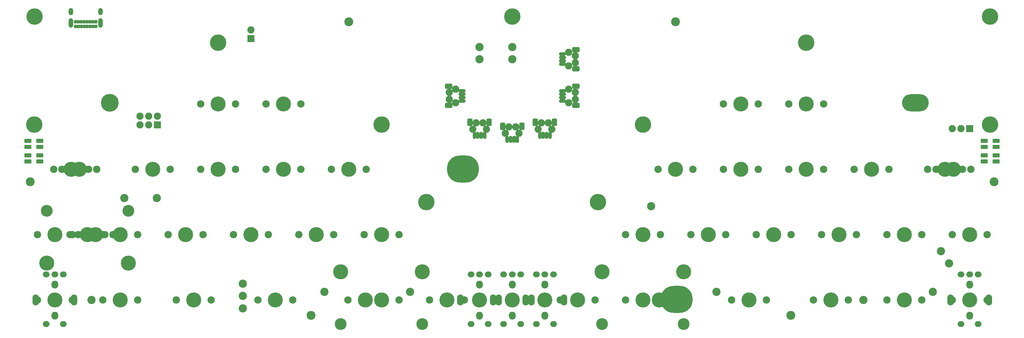
<source format=gts>
G04 #@! TF.GenerationSoftware,KiCad,Pcbnew,(6.0.10-0)*
G04 #@! TF.CreationDate,2023-02-22T14:56:28+09:00*
G04 #@! TF.ProjectId,Sandy_Base,53616e64-795f-4426-9173-652e6b696361,v.0*
G04 #@! TF.SameCoordinates,Original*
G04 #@! TF.FileFunction,Soldermask,Top*
G04 #@! TF.FilePolarity,Negative*
%FSLAX46Y46*%
G04 Gerber Fmt 4.6, Leading zero omitted, Abs format (unit mm)*
G04 Created by KiCad (PCBNEW (6.0.10-0)) date 2023-02-22 14:56:28*
%MOMM*%
%LPD*%
G01*
G04 APERTURE LIST*
G04 Aperture macros list*
%AMRoundRect*
0 Rectangle with rounded corners*
0 $1 Rounding radius*
0 $2 $3 $4 $5 $6 $7 $8 $9 X,Y pos of 4 corners*
0 Add a 4 corners polygon primitive as box body*
4,1,4,$2,$3,$4,$5,$6,$7,$8,$9,$2,$3,0*
0 Add four circle primitives for the rounded corners*
1,1,$1+$1,$2,$3*
1,1,$1+$1,$4,$5*
1,1,$1+$1,$6,$7*
1,1,$1+$1,$8,$9*
0 Add four rect primitives between the rounded corners*
20,1,$1+$1,$2,$3,$4,$5,0*
20,1,$1+$1,$4,$5,$6,$7,0*
20,1,$1+$1,$6,$7,$8,$9,0*
20,1,$1+$1,$8,$9,$2,$3,0*%
G04 Aperture macros list end*
%ADD10C,2.150000*%
%ADD11C,4.387800*%
%ADD12C,3.448000*%
%ADD13RoundRect,0.200000X0.800000X0.425000X-0.800000X0.425000X-0.800000X-0.425000X0.800000X-0.425000X0*%
%ADD14C,2.500000*%
%ADD15O,2.000000X2.300000*%
%ADD16O,1.900000X3.200000*%
%ADD17O,2.000000X1.700000*%
%ADD18O,2.100000X2.100000*%
%ADD19RoundRect,0.350000X0.625000X-0.150000X0.625000X0.150000X-0.625000X0.150000X-0.625000X-0.150000X0*%
%ADD20RoundRect,0.450000X0.650000X-0.350000X0.650000X0.350000X-0.650000X0.350000X-0.650000X-0.350000X0*%
%ADD21C,4.800000*%
%ADD22C,2.600000*%
%ADD23RoundRect,0.350000X0.150000X0.625000X-0.150000X0.625000X-0.150000X-0.625000X0.150000X-0.625000X0*%
%ADD24RoundRect,0.450000X0.350000X0.650000X-0.350000X0.650000X-0.350000X-0.650000X0.350000X-0.650000X0*%
%ADD25O,5.600000X2.800000*%
%ADD26O,9.400000X7.900000*%
%ADD27C,1.400000*%
%ADD28C,5.200000*%
%ADD29O,7.800000X5.000000*%
%ADD30RoundRect,0.350000X-0.625000X0.150000X-0.625000X-0.150000X0.625000X-0.150000X0.625000X0.150000X0*%
%ADD31RoundRect,0.450000X-0.650000X0.350000X-0.650000X-0.350000X0.650000X-0.350000X0.650000X0.350000X0*%
%ADD32RoundRect,0.200000X-0.850000X-0.850000X0.850000X-0.850000X0.850000X0.850000X-0.850000X0.850000X0*%
%ADD33C,2.400000*%
%ADD34RoundRect,0.200000X0.850000X-0.850000X0.850000X0.850000X-0.850000X0.850000X-0.850000X-0.850000X0*%
%ADD35C,1.100000*%
%ADD36O,1.300000X2.800000*%
%ADD37O,1.300000X2.100000*%
G04 APERTURE END LIST*
D10*
X230291695Y-84153685D03*
X240451695Y-84153685D03*
D11*
X235371695Y-84153685D03*
X254421775Y-84153685D03*
D10*
X249341775Y-84153685D03*
X259501775Y-84153685D03*
X49315935Y-65103565D03*
X59475935Y-65103565D03*
D11*
X54395935Y-65103565D03*
D10*
X107100935Y-84153645D03*
X96940935Y-84153645D03*
D11*
X102020935Y-84153645D03*
D10*
X87415935Y-65103565D03*
X97575935Y-65103565D03*
D11*
X92495935Y-65103565D03*
D10*
X278552015Y-103203725D03*
D11*
X273472015Y-103203725D03*
D10*
X268392015Y-103203725D03*
D11*
X92495935Y-46053485D03*
D10*
X87415935Y-46053485D03*
X97575935Y-46053485D03*
X116625935Y-65103565D03*
D11*
X111545935Y-65103565D03*
D10*
X106465935Y-65103565D03*
D11*
X292522095Y-84153685D03*
D10*
X297602095Y-84153685D03*
X287442095Y-84153685D03*
X230926655Y-46053525D03*
X220766655Y-46053525D03*
D11*
X225846655Y-46053525D03*
X225846655Y-65103605D03*
D10*
X230926655Y-65103605D03*
X220766655Y-65103605D03*
D11*
X244896735Y-65103605D03*
D10*
X239816735Y-65103605D03*
X249976735Y-65103605D03*
X20740975Y-84153765D03*
D11*
X25820975Y-84153765D03*
D10*
X30900975Y-84153765D03*
X39790975Y-84153765D03*
D11*
X44870975Y-84153765D03*
D10*
X49950975Y-84153765D03*
X211241615Y-84153645D03*
D11*
X216321615Y-84153645D03*
D10*
X221401615Y-84153645D03*
X202351535Y-84153645D03*
D11*
X197271535Y-84153645D03*
D10*
X192191535Y-84153645D03*
X239816735Y-46053525D03*
D11*
X244896735Y-46053525D03*
D10*
X249976735Y-46053525D03*
D11*
X121070935Y-84153645D03*
D10*
X126150935Y-84153645D03*
X115990935Y-84153645D03*
X78525935Y-46053485D03*
X68365935Y-46053485D03*
D11*
X73445935Y-46053485D03*
D10*
X77890935Y-84153645D03*
D11*
X82970935Y-84153645D03*
D10*
X88050935Y-84153645D03*
D11*
X63920935Y-84153645D03*
D10*
X69000935Y-84153645D03*
X58840935Y-84153645D03*
D11*
X25820975Y-103203765D03*
D10*
X30900975Y-103203765D03*
X20740975Y-103203765D03*
D11*
X90114995Y-103203765D03*
D10*
X95194995Y-103203765D03*
X85034995Y-103203765D03*
X115991375Y-103203765D03*
D11*
X132977625Y-94948765D03*
D12*
X132977625Y-110188765D03*
D11*
X109165125Y-94948765D03*
X121071375Y-103203765D03*
D12*
X109165125Y-110188765D03*
D10*
X126151375Y-103203765D03*
D11*
X197270975Y-103203765D03*
D10*
X192190975Y-103203765D03*
D12*
X209177225Y-110188765D03*
X185364725Y-110188765D03*
D10*
X202350975Y-103203765D03*
D11*
X185364725Y-94948765D03*
X209177225Y-94948765D03*
D10*
X223147225Y-103203765D03*
X233307225Y-103203765D03*
D11*
X228227225Y-103203765D03*
D13*
X21445935Y-58553405D03*
X21445935Y-56803405D03*
X17945935Y-56803405D03*
X17945935Y-58553405D03*
X21445935Y-62753405D03*
X21445935Y-61003405D03*
X17945935Y-61003405D03*
X17945935Y-62753405D03*
X300245935Y-58553405D03*
X300245935Y-56803405D03*
X296745935Y-56803405D03*
X296745935Y-58553405D03*
X300245935Y-62753405D03*
X300245935Y-61003405D03*
X296745935Y-61003405D03*
X296745935Y-62753405D03*
D11*
X287759415Y-65103605D03*
D10*
X292839415Y-65103605D03*
X282679415Y-65103605D03*
D11*
X263945975Y-65103765D03*
D10*
X258865975Y-65103765D03*
X269025975Y-65103765D03*
X154725975Y-103203405D03*
D11*
X149645975Y-103203405D03*
D10*
X144565975Y-103203405D03*
X163615975Y-103203765D03*
D11*
X168695975Y-103203765D03*
D10*
X173775975Y-103203765D03*
X27884755Y-65103605D03*
X38044755Y-65103605D03*
D11*
X32964755Y-65103605D03*
D10*
X25503475Y-65103765D03*
D11*
X30583475Y-65103765D03*
D10*
X35663475Y-65103765D03*
X39790975Y-103203765D03*
X49950975Y-103203765D03*
D11*
X44870975Y-103203765D03*
X273472015Y-84153685D03*
D10*
X278552015Y-84153685D03*
X268392015Y-84153685D03*
X68365935Y-65103565D03*
X78525935Y-65103565D03*
D11*
X73445935Y-65103565D03*
D10*
X287442095Y-103203765D03*
D11*
X292522095Y-103203765D03*
D10*
X297602095Y-103203765D03*
X71382225Y-103203765D03*
X61222225Y-103203765D03*
D11*
X66302225Y-103203765D03*
D10*
X201716575Y-65103565D03*
D11*
X206796575Y-65103565D03*
D10*
X211876575Y-65103565D03*
D14*
X292522095Y-103203765D03*
D15*
X292522095Y-98703765D03*
D16*
X298122095Y-103203765D03*
D15*
X292522095Y-107703765D03*
D16*
X286922095Y-103203765D03*
D17*
X295022095Y-95703765D03*
X290022095Y-95703765D03*
X292522095Y-95703765D03*
X295022095Y-110203765D03*
X290022095Y-110203765D03*
D11*
X37727185Y-84153405D03*
D10*
X42807185Y-84153405D03*
X32647185Y-84153405D03*
X246959685Y-103203405D03*
D11*
X252039685Y-103203405D03*
D10*
X257119685Y-103203405D03*
D18*
X175639685Y-45672155D03*
D19*
X173839685Y-45172155D03*
D18*
X177539685Y-44672155D03*
D19*
X173839685Y-44172155D03*
D18*
X177539685Y-42672155D03*
D19*
X173839685Y-43172155D03*
D18*
X175639685Y-41672155D03*
D19*
X173839685Y-42172155D03*
D20*
X177714685Y-40872155D03*
X177714685Y-46472155D03*
D21*
X298474060Y-52006530D03*
D22*
X18677185Y-68675280D03*
D18*
X151645935Y-53397155D03*
D23*
X151145935Y-55197155D03*
X150145935Y-55197155D03*
D18*
X150645935Y-51497155D03*
D23*
X149145935Y-55197155D03*
D18*
X148645935Y-51497155D03*
D23*
X148145935Y-55197155D03*
D18*
X147645935Y-53397155D03*
D24*
X146845935Y-51322155D03*
X152445935Y-51322155D03*
D14*
X25820975Y-103203765D03*
D15*
X25820975Y-107703765D03*
D16*
X20220975Y-103203765D03*
X31420975Y-103203765D03*
D15*
X25820975Y-98703765D03*
D17*
X28320975Y-95703765D03*
X23320975Y-95703765D03*
X25820975Y-95703765D03*
X28320975Y-110203765D03*
X23320975Y-110203765D03*
D22*
X299664685Y-68675280D03*
D10*
X135041375Y-103203765D03*
X145201375Y-103203765D03*
D11*
X140121375Y-103203765D03*
D19*
X173839685Y-34456530D03*
D18*
X175639685Y-34956530D03*
X177539685Y-33956530D03*
D19*
X173839685Y-33456530D03*
X173839685Y-32456530D03*
D18*
X177539685Y-31956530D03*
X175639685Y-30956530D03*
D19*
X173839685Y-31456530D03*
D20*
X177714685Y-35756530D03*
X177714685Y-30156530D03*
D10*
X196953435Y-103203405D03*
D11*
X202033435Y-103203405D03*
D10*
X207113435Y-103203405D03*
D11*
X178220975Y-103203765D03*
D10*
X183300975Y-103203765D03*
X173140975Y-103203765D03*
D21*
X19872407Y-20561655D03*
D16*
X164770975Y-103203405D03*
D15*
X159170975Y-107703405D03*
D14*
X159170975Y-103203405D03*
D15*
X159170975Y-98703405D03*
D16*
X153570975Y-103203405D03*
D17*
X161670975Y-95703405D03*
X156670975Y-95703405D03*
X159170975Y-95703405D03*
X161670975Y-110203405D03*
X156670975Y-110203405D03*
D10*
X290457185Y-65103605D03*
X280297185Y-65103605D03*
D11*
X285377185Y-65103605D03*
D21*
X159170935Y-20561655D03*
X73445935Y-28194030D03*
X197270935Y-52053405D03*
D25*
X276695935Y-45678365D03*
D26*
X144795935Y-64978365D03*
X207147102Y-103033821D03*
D25*
X276695935Y-45678365D03*
D27*
X279345935Y-44428365D03*
X43095935Y-47028365D03*
X278095935Y-43928365D03*
X40495935Y-46978365D03*
X43745935Y-45678365D03*
X39945935Y-45678365D03*
X275295935Y-47428365D03*
X278095935Y-47428365D03*
X273545935Y-45678365D03*
X274045935Y-44428365D03*
X41845935Y-47578365D03*
D28*
X41845935Y-45678365D03*
D27*
X274045935Y-46928365D03*
X279345935Y-46928365D03*
D29*
X276695935Y-45678365D03*
D27*
X40495935Y-44328365D03*
X43095935Y-44328365D03*
X279845935Y-45678365D03*
X276695935Y-43928365D03*
X41845935Y-43778365D03*
X275295935Y-43928365D03*
X276695935Y-47428365D03*
D23*
X160670935Y-56387780D03*
D18*
X161170935Y-54587780D03*
X160170935Y-52687780D03*
D23*
X159670935Y-56387780D03*
X158670935Y-56387780D03*
D18*
X158170935Y-52687780D03*
D23*
X157670935Y-56387780D03*
D18*
X157170935Y-54587780D03*
D24*
X161970935Y-52512780D03*
X156370935Y-52512780D03*
D10*
X121388435Y-103203405D03*
X111228435Y-103203405D03*
D11*
X116308435Y-103203405D03*
D14*
X168695975Y-103203765D03*
D15*
X168695975Y-107703765D03*
X168695975Y-98703765D03*
D16*
X174295975Y-103203765D03*
X163095975Y-103203765D03*
D17*
X171195975Y-95703765D03*
X166195975Y-95703765D03*
X168695975Y-95703765D03*
X171195975Y-110203765D03*
X166195975Y-110203765D03*
D10*
X30265975Y-84153765D03*
D12*
X47252225Y-77168765D03*
D11*
X47252225Y-92408765D03*
X35345975Y-84153765D03*
X23439725Y-92408765D03*
D10*
X40425975Y-84153765D03*
D12*
X23439725Y-77168765D03*
D18*
X142702185Y-41672155D03*
D30*
X144502185Y-42172155D03*
D18*
X140802185Y-42672155D03*
D30*
X144502185Y-43172155D03*
X144502185Y-44172155D03*
D18*
X140802185Y-44672155D03*
D30*
X144502185Y-45172155D03*
D18*
X142702185Y-45672155D03*
D31*
X140627185Y-46472155D03*
X140627185Y-40872155D03*
D18*
X170695935Y-53397155D03*
D23*
X170195935Y-55197155D03*
X169195935Y-55197155D03*
D18*
X169695935Y-51497155D03*
D23*
X168195935Y-55197155D03*
D18*
X167695935Y-51497155D03*
X166695935Y-53397155D03*
D23*
X167195935Y-55197155D03*
D24*
X171495935Y-51322155D03*
X165895935Y-51322155D03*
D21*
X134167810Y-74628405D03*
X244895935Y-28194030D03*
X121070935Y-52006530D03*
X19867810Y-52006530D03*
D10*
X164250975Y-103203765D03*
X154090975Y-103203765D03*
D11*
X159170975Y-103203765D03*
D16*
X155245975Y-103203405D03*
D15*
X149645975Y-98703405D03*
X149645975Y-107703405D03*
D16*
X144045975Y-103203405D03*
D14*
X149645975Y-103203405D03*
D17*
X152145975Y-95703405D03*
X147145975Y-95703405D03*
X149645975Y-95703405D03*
X152145975Y-110203405D03*
X147145975Y-110203405D03*
D21*
X298474060Y-20561655D03*
X184174060Y-74628405D03*
D32*
X82970935Y-27003405D03*
D18*
X82970935Y-24463405D03*
D33*
X104402185Y-100822155D03*
X199652185Y-75819030D03*
X261564685Y-103203405D03*
X36536560Y-103203405D03*
X46061560Y-73437780D03*
X284186560Y-88915905D03*
X286567810Y-92487780D03*
D34*
X55730310Y-52090905D03*
D18*
X55730310Y-49550905D03*
X53190310Y-52090905D03*
X53190310Y-49550905D03*
X50650310Y-52090905D03*
X50650310Y-49550905D03*
D22*
X111545935Y-22028365D03*
X206795935Y-22028365D03*
X100495935Y-107628365D03*
D33*
X218702185Y-100822155D03*
X159170935Y-32956530D03*
X281805310Y-100822155D03*
X80589685Y-102012780D03*
X80589685Y-98440905D03*
D22*
X240395935Y-107628365D03*
D33*
X149645935Y-32956530D03*
X149645935Y-29384655D03*
X55586560Y-73437780D03*
D35*
X31845935Y-23418365D03*
X32695935Y-23418365D03*
X33545935Y-23418365D03*
X34395935Y-23418365D03*
X35245935Y-23418365D03*
X36095935Y-23418365D03*
X36945935Y-23418365D03*
X37795935Y-23418365D03*
X37795935Y-22068365D03*
X36945935Y-22068365D03*
X36095935Y-22068365D03*
X35245935Y-22068365D03*
X34395935Y-22068365D03*
X33545935Y-22068365D03*
X32695935Y-22068365D03*
X31845935Y-22068365D03*
D36*
X39145935Y-22438365D03*
D37*
X30495935Y-19058365D03*
D36*
X30495935Y-22438365D03*
D37*
X39145935Y-19058365D03*
D33*
X129405310Y-100822155D03*
X159170935Y-29384655D03*
D34*
X292558435Y-53197155D03*
D18*
X290018435Y-53197155D03*
X287478435Y-53197155D03*
D33*
X80589685Y-105584655D03*
M02*

</source>
